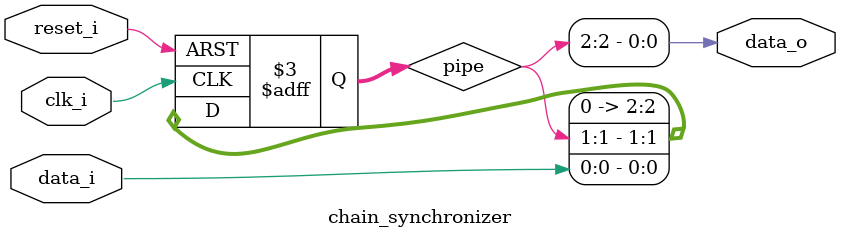
<source format=sv>
module chain_synchronizer #(
    parameter LENGTH = 3
) (
    input  logic reset_i,
    input  logic clk_i,
    input  logic data_i,
    output logic data_o
);

  logic [LENGTH-1:0] pipe;

  assign data_o = pipe[LENGTH-1];

  always_ff @(posedge clk_i, negedge reset_i) begin
    if (~reset_i) begin
        pipe <= 0;
    end else begin
        pipe <= {pipe[LENGTH-2:1], data_i};
    end
  end

endmodule

</source>
